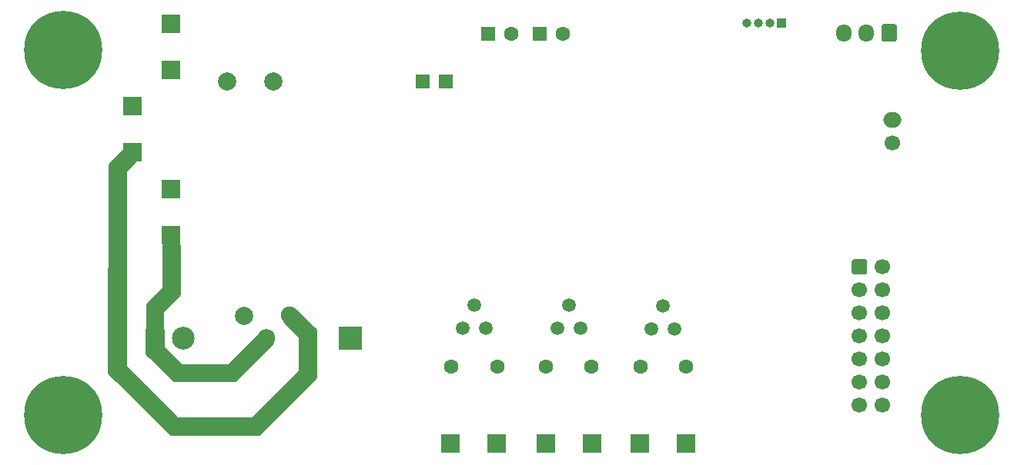
<source format=gbr>
%TF.GenerationSoftware,KiCad,Pcbnew,(5.1.10)-1*%
%TF.CreationDate,2021-11-29T17:35:51+04:00*%
%TF.ProjectId,Coffe_Machine_Gogokhia_Edition_SIMPLE,436f6666-655f-44d6-9163-68696e655f47,rev?*%
%TF.SameCoordinates,Original*%
%TF.FileFunction,Soldermask,Bot*%
%TF.FilePolarity,Negative*%
%FSLAX46Y46*%
G04 Gerber Fmt 4.6, Leading zero omitted, Abs format (unit mm)*
G04 Created by KiCad (PCBNEW (5.1.10)-1) date 2021-11-29 17:35:51*
%MOMM*%
%LPD*%
G01*
G04 APERTURE LIST*
%ADD10C,1.600000*%
%ADD11R,1.600000X1.600000*%
%ADD12O,1.905000X2.000000*%
%ADD13C,1.905000*%
%ADD14R,2.500000X2.500000*%
%ADD15C,2.000000*%
%ADD16C,2.500000*%
%ADD17C,1.700000*%
%ADD18C,8.600000*%
%ADD19C,0.900000*%
%ADD20C,1.498600*%
%ADD21R,1.500000X1.500000*%
%ADD22O,1.000000X1.000000*%
%ADD23R,1.000000X1.000000*%
%ADD24O,1.700000X1.950000*%
%ADD25R,2.000000X2.000000*%
%ADD26O,2.000000X1.700000*%
%ADD27C,0.254000*%
%ADD28C,0.100000*%
G04 APERTURE END LIST*
D10*
%TO.C,C25*%
X142509880Y-71638160D03*
D11*
X140009880Y-71638160D03*
%TD*%
D12*
%TO.C,Q1*%
X115620800Y-105181400D03*
D13*
X118160800Y-102633900D03*
D14*
X124810800Y-105181400D03*
D15*
X113160800Y-102681400D03*
D16*
X106510800Y-105181400D03*
%TD*%
D17*
%TO.C,J9*%
X183388000Y-112560100D03*
X183388000Y-110020100D03*
X183388000Y-107480100D03*
X183388000Y-104940100D03*
X183388000Y-102400100D03*
X183388000Y-99860100D03*
X183388000Y-97320100D03*
X180848000Y-112560100D03*
X180848000Y-110020100D03*
X180848000Y-107480100D03*
X180848000Y-104940100D03*
X180848000Y-102400100D03*
X180848000Y-99860100D03*
G36*
G01*
X179998000Y-97920100D02*
X179998000Y-96720100D01*
G75*
G02*
X180248000Y-96470100I250000J0D01*
G01*
X181448000Y-96470100D01*
G75*
G02*
X181698000Y-96720100I0J-250000D01*
G01*
X181698000Y-97920100D01*
G75*
G02*
X181448000Y-98170100I-250000J0D01*
G01*
X180248000Y-98170100D01*
G75*
G02*
X179998000Y-97920100I0J250000D01*
G01*
G37*
%TD*%
D18*
%TO.C,REF\u002A\u002A*%
X93306900Y-73456815D03*
D19*
X96531900Y-73456815D03*
X95587319Y-75737234D03*
X93306900Y-76681815D03*
X91026481Y-75737234D03*
X90081900Y-73456815D03*
X91026481Y-71176396D03*
X93306900Y-70231815D03*
X95587319Y-71176396D03*
%TD*%
D18*
%TO.C,REF\u002A\u002A*%
X191935100Y-73482185D03*
D19*
X188710100Y-73482185D03*
X189654681Y-71201766D03*
X191935100Y-70257185D03*
X194215519Y-71201766D03*
X195160100Y-73482185D03*
X194215519Y-75762604D03*
X191935100Y-76707185D03*
X189654681Y-75762604D03*
%TD*%
D18*
%TO.C,REF\u002A\u002A*%
X191935100Y-113626885D03*
D19*
X188710100Y-113626885D03*
X189654681Y-111346466D03*
X191935100Y-110401885D03*
X194215519Y-111346466D03*
X195160100Y-113626885D03*
X194215519Y-115907304D03*
X191935100Y-116851885D03*
X189654681Y-115907304D03*
%TD*%
%TO.C,REF\u002A\u002A*%
X95587319Y-111321081D03*
X93306900Y-110376500D03*
X91026481Y-111321081D03*
X90081900Y-113601500D03*
X91026481Y-115881919D03*
X93306900Y-116826500D03*
X95587319Y-115881919D03*
X96531900Y-113601500D03*
D18*
X93306900Y-113601500D03*
%TD*%
D10*
%TO.C,C20*%
X148214720Y-71638160D03*
D11*
X145714720Y-71638160D03*
%TD*%
D20*
%TO.C,Q4*%
X157988000Y-104140000D03*
X159258000Y-101600000D03*
X160528000Y-104140000D03*
%TD*%
%TO.C,Q3*%
X147599400Y-104101900D03*
X148869400Y-101561900D03*
X150139400Y-104101900D03*
%TD*%
%TO.C,Q2*%
X137210800Y-104089200D03*
X138480800Y-101549200D03*
X139750800Y-104089200D03*
%TD*%
D21*
%TO.C,PS1*%
X135341000Y-76885600D03*
D15*
X111341000Y-76885600D03*
X116341000Y-76885600D03*
D21*
X132841000Y-76885600D03*
%TD*%
D22*
%TO.C,J11*%
X168452800Y-70497700D03*
X169722800Y-70497700D03*
X170992800Y-70497700D03*
D23*
X172262800Y-70497700D03*
%TD*%
D24*
%TO.C,J8*%
X179099200Y-71551800D03*
X181599200Y-71551800D03*
G36*
G01*
X184949200Y-70826800D02*
X184949200Y-72276800D01*
G75*
G02*
X184699200Y-72526800I-250000J0D01*
G01*
X183499200Y-72526800D01*
G75*
G02*
X183249200Y-72276800I0J250000D01*
G01*
X183249200Y-70826800D01*
G75*
G02*
X183499200Y-70576800I250000J0D01*
G01*
X184699200Y-70576800D01*
G75*
G02*
X184949200Y-70826800I0J-250000D01*
G01*
G37*
%TD*%
D25*
%TO.C,J7*%
X161788000Y-116814600D03*
X156708000Y-116814600D03*
%TD*%
%TO.C,J6*%
X151399400Y-116814600D03*
X146319400Y-116814600D03*
%TD*%
%TO.C,J5*%
X135850000Y-116814600D03*
X140930000Y-116814600D03*
%TD*%
%TO.C,J4*%
X105143300Y-88717760D03*
X105143300Y-93797760D03*
%TD*%
D26*
%TO.C,J3*%
X184416700Y-81154900D03*
D17*
X184416700Y-83654900D03*
%TD*%
D25*
%TO.C,J2*%
X105143300Y-75617700D03*
X105143300Y-70537700D03*
%TD*%
%TO.C,J1*%
X100924360Y-79637730D03*
X100924360Y-84717730D03*
%TD*%
D10*
%TO.C,C4*%
X156758000Y-108305600D03*
X161758000Y-108305600D03*
%TD*%
%TO.C,C3*%
X146369400Y-108305600D03*
X151369400Y-108305600D03*
%TD*%
%TO.C,C2*%
X135980800Y-108305600D03*
X140980800Y-108305600D03*
%TD*%
D27*
X101148196Y-85679168D02*
X100132501Y-86718266D01*
X100116927Y-86737690D01*
X100105441Y-86759779D01*
X100098486Y-86783684D01*
X100096320Y-86807221D01*
X100126800Y-108244821D01*
X100129276Y-108269594D01*
X100136537Y-108293408D01*
X100148304Y-108315347D01*
X100163753Y-108334197D01*
X105731433Y-113932357D01*
X105750635Y-113948204D01*
X105772559Y-113960000D01*
X105796364Y-113967292D01*
X105820928Y-113969799D01*
X114004808Y-114005359D01*
X114029595Y-114003026D01*
X114053451Y-113995903D01*
X114075458Y-113984262D01*
X114095074Y-113968251D01*
X119241114Y-108832371D01*
X119256927Y-108813142D01*
X119268685Y-108791197D01*
X119275935Y-108767380D01*
X119278400Y-108742655D01*
X119283480Y-105059655D01*
X119281074Y-105034875D01*
X119273880Y-105011041D01*
X119262174Y-104989068D01*
X119246540Y-104969936D01*
X117576165Y-103289933D01*
X118854630Y-102095812D01*
X121071589Y-104269489D01*
X121066611Y-109471789D01*
X114735183Y-115742965D01*
X105111727Y-115788193D01*
X98287968Y-108984533D01*
X98343593Y-86031733D01*
X99937696Y-84437630D01*
X101148196Y-85679168D01*
D28*
G36*
X101148196Y-85679168D02*
G01*
X100132501Y-86718266D01*
X100116927Y-86737690D01*
X100105441Y-86759779D01*
X100098486Y-86783684D01*
X100096320Y-86807221D01*
X100126800Y-108244821D01*
X100129276Y-108269594D01*
X100136537Y-108293408D01*
X100148304Y-108315347D01*
X100163753Y-108334197D01*
X105731433Y-113932357D01*
X105750635Y-113948204D01*
X105772559Y-113960000D01*
X105796364Y-113967292D01*
X105820928Y-113969799D01*
X114004808Y-114005359D01*
X114029595Y-114003026D01*
X114053451Y-113995903D01*
X114075458Y-113984262D01*
X114095074Y-113968251D01*
X119241114Y-108832371D01*
X119256927Y-108813142D01*
X119268685Y-108791197D01*
X119275935Y-108767380D01*
X119278400Y-108742655D01*
X119283480Y-105059655D01*
X119281074Y-105034875D01*
X119273880Y-105011041D01*
X119262174Y-104989068D01*
X119246540Y-104969936D01*
X117576165Y-103289933D01*
X118854630Y-102095812D01*
X121071589Y-104269489D01*
X121066611Y-109471789D01*
X114735183Y-115742965D01*
X105111727Y-115788193D01*
X98287968Y-108984533D01*
X98343593Y-86031733D01*
X99937696Y-84437630D01*
X101148196Y-85679168D01*
G37*
D27*
X106019831Y-94919479D02*
X106029666Y-100314180D01*
X104257122Y-102141494D01*
X104241622Y-102160977D01*
X104230222Y-102183110D01*
X104223358Y-102207041D01*
X104221281Y-102230338D01*
X104233981Y-106086058D01*
X104236503Y-106110827D01*
X104243808Y-106134627D01*
X104255616Y-106156545D01*
X104270997Y-106175261D01*
X106158217Y-108070101D01*
X106177430Y-108085934D01*
X106199363Y-108097715D01*
X106223173Y-108104990D01*
X106248200Y-108107480D01*
X111434880Y-108107480D01*
X111459656Y-108105040D01*
X111483481Y-108097813D01*
X111505437Y-108086077D01*
X111524618Y-108070347D01*
X114997435Y-104602491D01*
X116302481Y-105721734D01*
X112134370Y-109870161D01*
X105467765Y-109860159D01*
X102448602Y-106840996D01*
X102473518Y-101419377D01*
X104239709Y-99663136D01*
X104255557Y-99643935D01*
X104267355Y-99622012D01*
X104274649Y-99598208D01*
X104277160Y-99572945D01*
X104272215Y-94915043D01*
X106019831Y-94919479D01*
D28*
G36*
X106019831Y-94919479D02*
G01*
X106029666Y-100314180D01*
X104257122Y-102141494D01*
X104241622Y-102160977D01*
X104230222Y-102183110D01*
X104223358Y-102207041D01*
X104221281Y-102230338D01*
X104233981Y-106086058D01*
X104236503Y-106110827D01*
X104243808Y-106134627D01*
X104255616Y-106156545D01*
X104270997Y-106175261D01*
X106158217Y-108070101D01*
X106177430Y-108085934D01*
X106199363Y-108097715D01*
X106223173Y-108104990D01*
X106248200Y-108107480D01*
X111434880Y-108107480D01*
X111459656Y-108105040D01*
X111483481Y-108097813D01*
X111505437Y-108086077D01*
X111524618Y-108070347D01*
X114997435Y-104602491D01*
X116302481Y-105721734D01*
X112134370Y-109870161D01*
X105467765Y-109860159D01*
X102448602Y-106840996D01*
X102473518Y-101419377D01*
X104239709Y-99663136D01*
X104255557Y-99643935D01*
X104267355Y-99622012D01*
X104274649Y-99598208D01*
X104277160Y-99572945D01*
X104272215Y-94915043D01*
X106019831Y-94919479D01*
G37*
M02*

</source>
